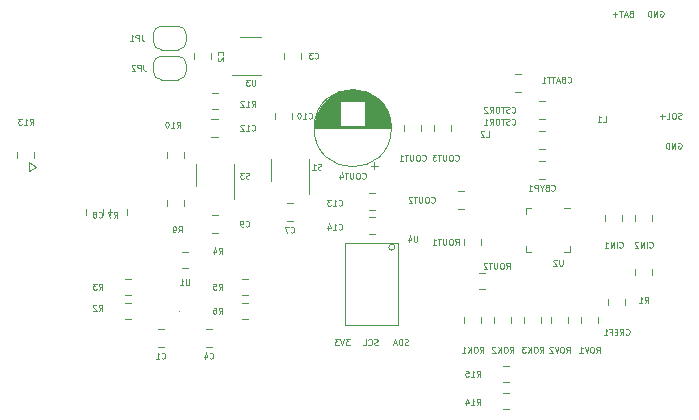
<source format=gbo>
G04 #@! TF.GenerationSoftware,KiCad,Pcbnew,(5.1.6)-1*
G04 #@! TF.CreationDate,2020-12-08T10:00:41+01:00*
G04 #@! TF.ProjectId,Power_module_v1,506f7765-725f-46d6-9f64-756c655f7631,rev?*
G04 #@! TF.SameCoordinates,Original*
G04 #@! TF.FileFunction,Legend,Bot*
G04 #@! TF.FilePolarity,Positive*
%FSLAX46Y46*%
G04 Gerber Fmt 4.6, Leading zero omitted, Abs format (unit mm)*
G04 Created by KiCad (PCBNEW (5.1.6)-1) date 2020-12-08 10:00:41*
%MOMM*%
%LPD*%
G01*
G04 APERTURE LIST*
%ADD10C,0.125000*%
%ADD11C,0.120000*%
G04 APERTURE END LIST*
D10*
X148744666Y-80212380D02*
X148673238Y-80236190D01*
X148554190Y-80236190D01*
X148506571Y-80212380D01*
X148482761Y-80188571D01*
X148458952Y-80140952D01*
X148458952Y-80093333D01*
X148482761Y-80045714D01*
X148506571Y-80021904D01*
X148554190Y-79998095D01*
X148649428Y-79974285D01*
X148697047Y-79950476D01*
X148720857Y-79926666D01*
X148744666Y-79879047D01*
X148744666Y-79831428D01*
X148720857Y-79783809D01*
X148697047Y-79760000D01*
X148649428Y-79736190D01*
X148530380Y-79736190D01*
X148458952Y-79760000D01*
X148149428Y-79736190D02*
X148054190Y-79736190D01*
X148006571Y-79760000D01*
X147958952Y-79807619D01*
X147935142Y-79902857D01*
X147935142Y-80069523D01*
X147958952Y-80164761D01*
X148006571Y-80212380D01*
X148054190Y-80236190D01*
X148149428Y-80236190D01*
X148197047Y-80212380D01*
X148244666Y-80164761D01*
X148268476Y-80069523D01*
X148268476Y-79902857D01*
X148244666Y-79807619D01*
X148197047Y-79760000D01*
X148149428Y-79736190D01*
X147482761Y-80236190D02*
X147720857Y-80236190D01*
X147720857Y-79736190D01*
X147316095Y-80045714D02*
X146935142Y-80045714D01*
X147125619Y-80236190D02*
X147125619Y-79855238D01*
X146938952Y-71124000D02*
X146986571Y-71100190D01*
X147058000Y-71100190D01*
X147129428Y-71124000D01*
X147177047Y-71171619D01*
X147200857Y-71219238D01*
X147224666Y-71314476D01*
X147224666Y-71385904D01*
X147200857Y-71481142D01*
X147177047Y-71528761D01*
X147129428Y-71576380D01*
X147058000Y-71600190D01*
X147010380Y-71600190D01*
X146938952Y-71576380D01*
X146915142Y-71552571D01*
X146915142Y-71385904D01*
X147010380Y-71385904D01*
X146700857Y-71600190D02*
X146700857Y-71100190D01*
X146415142Y-71600190D01*
X146415142Y-71100190D01*
X146177047Y-71600190D02*
X146177047Y-71100190D01*
X146058000Y-71100190D01*
X145986571Y-71124000D01*
X145938952Y-71171619D01*
X145915142Y-71219238D01*
X145891333Y-71314476D01*
X145891333Y-71385904D01*
X145915142Y-71481142D01*
X145938952Y-71528761D01*
X145986571Y-71576380D01*
X146058000Y-71600190D01*
X146177047Y-71600190D01*
X148462952Y-82300000D02*
X148510571Y-82276190D01*
X148582000Y-82276190D01*
X148653428Y-82300000D01*
X148701047Y-82347619D01*
X148724857Y-82395238D01*
X148748666Y-82490476D01*
X148748666Y-82561904D01*
X148724857Y-82657142D01*
X148701047Y-82704761D01*
X148653428Y-82752380D01*
X148582000Y-82776190D01*
X148534380Y-82776190D01*
X148462952Y-82752380D01*
X148439142Y-82728571D01*
X148439142Y-82561904D01*
X148534380Y-82561904D01*
X148224857Y-82776190D02*
X148224857Y-82276190D01*
X147939142Y-82776190D01*
X147939142Y-82276190D01*
X147701047Y-82776190D02*
X147701047Y-82276190D01*
X147582000Y-82276190D01*
X147510571Y-82300000D01*
X147462952Y-82347619D01*
X147439142Y-82395238D01*
X147415333Y-82490476D01*
X147415333Y-82561904D01*
X147439142Y-82657142D01*
X147462952Y-82704761D01*
X147510571Y-82752380D01*
X147582000Y-82776190D01*
X147701047Y-82776190D01*
X144442571Y-71338285D02*
X144371142Y-71362095D01*
X144347333Y-71385904D01*
X144323523Y-71433523D01*
X144323523Y-71504952D01*
X144347333Y-71552571D01*
X144371142Y-71576380D01*
X144418761Y-71600190D01*
X144609238Y-71600190D01*
X144609238Y-71100190D01*
X144442571Y-71100190D01*
X144394952Y-71124000D01*
X144371142Y-71147809D01*
X144347333Y-71195428D01*
X144347333Y-71243047D01*
X144371142Y-71290666D01*
X144394952Y-71314476D01*
X144442571Y-71338285D01*
X144609238Y-71338285D01*
X144133047Y-71457333D02*
X143894952Y-71457333D01*
X144180666Y-71600190D02*
X144014000Y-71100190D01*
X143847333Y-71600190D01*
X143752095Y-71100190D02*
X143466380Y-71100190D01*
X143609238Y-71600190D02*
X143609238Y-71100190D01*
X143299714Y-71409714D02*
X142918761Y-71409714D01*
X143109238Y-71600190D02*
X143109238Y-71219238D01*
D11*
X93472000Y-84074000D02*
X93472000Y-83947000D01*
X93472000Y-84709000D02*
X93472000Y-84074000D01*
X94107000Y-84328000D02*
X93472000Y-84709000D01*
X93472000Y-83947000D02*
X94107000Y-84328000D01*
D10*
X125575142Y-99389380D02*
X125503714Y-99413190D01*
X125384666Y-99413190D01*
X125337047Y-99389380D01*
X125313238Y-99365571D01*
X125289428Y-99317952D01*
X125289428Y-99270333D01*
X125313238Y-99222714D01*
X125337047Y-99198904D01*
X125384666Y-99175095D01*
X125479904Y-99151285D01*
X125527523Y-99127476D01*
X125551333Y-99103666D01*
X125575142Y-99056047D01*
X125575142Y-99008428D01*
X125551333Y-98960809D01*
X125527523Y-98937000D01*
X125479904Y-98913190D01*
X125360857Y-98913190D01*
X125289428Y-98937000D01*
X125075142Y-99413190D02*
X125075142Y-98913190D01*
X124956095Y-98913190D01*
X124884666Y-98937000D01*
X124837047Y-98984619D01*
X124813238Y-99032238D01*
X124789428Y-99127476D01*
X124789428Y-99198904D01*
X124813238Y-99294142D01*
X124837047Y-99341761D01*
X124884666Y-99389380D01*
X124956095Y-99413190D01*
X125075142Y-99413190D01*
X124598952Y-99270333D02*
X124360857Y-99270333D01*
X124646571Y-99413190D02*
X124479904Y-98913190D01*
X124313238Y-99413190D01*
X123023238Y-99389380D02*
X122951809Y-99413190D01*
X122832761Y-99413190D01*
X122785142Y-99389380D01*
X122761333Y-99365571D01*
X122737523Y-99317952D01*
X122737523Y-99270333D01*
X122761333Y-99222714D01*
X122785142Y-99198904D01*
X122832761Y-99175095D01*
X122928000Y-99151285D01*
X122975619Y-99127476D01*
X122999428Y-99103666D01*
X123023238Y-99056047D01*
X123023238Y-99008428D01*
X122999428Y-98960809D01*
X122975619Y-98937000D01*
X122928000Y-98913190D01*
X122808952Y-98913190D01*
X122737523Y-98937000D01*
X122237523Y-99365571D02*
X122261333Y-99389380D01*
X122332761Y-99413190D01*
X122380380Y-99413190D01*
X122451809Y-99389380D01*
X122499428Y-99341761D01*
X122523238Y-99294142D01*
X122547047Y-99198904D01*
X122547047Y-99127476D01*
X122523238Y-99032238D01*
X122499428Y-98984619D01*
X122451809Y-98937000D01*
X122380380Y-98913190D01*
X122332761Y-98913190D01*
X122261333Y-98937000D01*
X122237523Y-98960809D01*
X121785142Y-99413190D02*
X122023238Y-99413190D01*
X122023238Y-98913190D01*
X120634047Y-98913190D02*
X120324523Y-98913190D01*
X120491190Y-99103666D01*
X120419761Y-99103666D01*
X120372142Y-99127476D01*
X120348333Y-99151285D01*
X120324523Y-99198904D01*
X120324523Y-99317952D01*
X120348333Y-99365571D01*
X120372142Y-99389380D01*
X120419761Y-99413190D01*
X120562619Y-99413190D01*
X120610238Y-99389380D01*
X120634047Y-99365571D01*
X120181666Y-98913190D02*
X120015000Y-99413190D01*
X119848333Y-98913190D01*
X119729285Y-98913190D02*
X119419761Y-98913190D01*
X119586428Y-99103666D01*
X119515000Y-99103666D01*
X119467380Y-99127476D01*
X119443571Y-99151285D01*
X119419761Y-99198904D01*
X119419761Y-99317952D01*
X119443571Y-99365571D01*
X119467380Y-99389380D01*
X119515000Y-99413190D01*
X119657857Y-99413190D01*
X119705476Y-99389380D01*
X119729285Y-99365571D01*
D11*
X106427748Y-91492000D02*
X106950252Y-91492000D01*
X106427748Y-92912000D02*
X106950252Y-92912000D01*
X111507748Y-93778000D02*
X112030252Y-93778000D01*
X111507748Y-95198000D02*
X112030252Y-95198000D01*
X137167252Y-81307000D02*
X136644748Y-81307000D01*
X137167252Y-82777000D02*
X136644748Y-82777000D01*
X142521000Y-95518248D02*
X142521000Y-96040752D01*
X143991000Y-95518248D02*
X143991000Y-96040752D01*
X126719000Y-81287252D02*
X126719000Y-80764748D01*
X125249000Y-81287252D02*
X125249000Y-80764748D01*
X142267000Y-88384748D02*
X142267000Y-88907252D01*
X143737000Y-88384748D02*
X143737000Y-88907252D01*
X137167252Y-83847000D02*
X136644748Y-83847000D01*
X137167252Y-85317000D02*
X136644748Y-85317000D01*
X122284748Y-90016000D02*
X122807252Y-90016000D01*
X122284748Y-88546000D02*
X122807252Y-88546000D01*
X122293748Y-87984000D02*
X122816252Y-87984000D01*
X122293748Y-86514000D02*
X122816252Y-86514000D01*
X108937248Y-81761000D02*
X109459752Y-81761000D01*
X108937248Y-80291000D02*
X109459752Y-80291000D01*
X115797000Y-80271252D02*
X115797000Y-79748748D01*
X114327000Y-80271252D02*
X114327000Y-79748748D01*
X109481252Y-88419000D02*
X108958748Y-88419000D01*
X109481252Y-89889000D02*
X108958748Y-89889000D01*
X101827000Y-88399252D02*
X101827000Y-87876748D01*
X100357000Y-88399252D02*
X100357000Y-87876748D01*
X115831252Y-87403000D02*
X115308748Y-87403000D01*
X115831252Y-88873000D02*
X115308748Y-88873000D01*
X108973252Y-98071000D02*
X108450748Y-98071000D01*
X108973252Y-99541000D02*
X108450748Y-99541000D01*
X116559000Y-75169752D02*
X116559000Y-74647248D01*
X115089000Y-75169752D02*
X115089000Y-74647248D01*
X107469000Y-74690248D02*
X107469000Y-75212752D01*
X108939000Y-74690248D02*
X108939000Y-75212752D01*
X104386748Y-99541000D02*
X104909252Y-99541000D01*
X104386748Y-98071000D02*
X104909252Y-98071000D01*
X129786748Y-86387000D02*
X130309252Y-86387000D01*
X129786748Y-87857000D02*
X130309252Y-87857000D01*
X146277000Y-88384748D02*
X146277000Y-88907252D01*
X144807000Y-88384748D02*
X144807000Y-88907252D01*
X137167252Y-78767000D02*
X136644748Y-78767000D01*
X137167252Y-80237000D02*
X136644748Y-80237000D01*
X134612748Y-77951000D02*
X135135252Y-77951000D01*
X134612748Y-76481000D02*
X135135252Y-76481000D01*
X129259000Y-81287252D02*
X129259000Y-80764748D01*
X127789000Y-81287252D02*
X127789000Y-80764748D01*
X106263223Y-96563080D02*
G75*
G03*
X106263223Y-96563080I-52363J0D01*
G01*
X104710000Y-74406000D02*
X106110000Y-74406000D01*
X106810000Y-73706000D02*
X106810000Y-73106000D01*
X106110000Y-72406000D02*
X104710000Y-72406000D01*
X104010000Y-73106000D02*
X104010000Y-73706000D01*
X106110000Y-74406000D02*
G75*
G03*
X106810000Y-73706000I0J700000D01*
G01*
X106810000Y-73106000D02*
G75*
G03*
X106110000Y-72406000I-700000J0D01*
G01*
X104710000Y-72406000D02*
G75*
G03*
X104010000Y-73106000I0J-700000D01*
G01*
X104010000Y-73706000D02*
G75*
G03*
X104710000Y-74406000I700000J0D01*
G01*
X104010000Y-75646000D02*
X104010000Y-76246000D01*
X106110000Y-74946000D02*
X104710000Y-74946000D01*
X106810000Y-76246000D02*
X106810000Y-75646000D01*
X104710000Y-76946000D02*
X106110000Y-76946000D01*
X104010000Y-76246000D02*
G75*
G03*
X104710000Y-76946000I700000J0D01*
G01*
X104710000Y-74946000D02*
G75*
G03*
X104010000Y-75646000I0J-700000D01*
G01*
X106810000Y-75646000D02*
G75*
G03*
X106110000Y-74946000I-700000J0D01*
G01*
X106110000Y-76946000D02*
G75*
G03*
X106810000Y-76246000I0J700000D01*
G01*
X146252000Y-92956748D02*
X146252000Y-93479252D01*
X144832000Y-92956748D02*
X144832000Y-93479252D01*
X102106252Y-95810000D02*
X101583748Y-95810000D01*
X102106252Y-97230000D02*
X101583748Y-97230000D01*
X102115252Y-95198000D02*
X101592748Y-95198000D01*
X102115252Y-93778000D02*
X101592748Y-93778000D01*
X111507748Y-95810000D02*
X112030252Y-95810000D01*
X111507748Y-97230000D02*
X112030252Y-97230000D01*
X98350000Y-88399252D02*
X98350000Y-87876748D01*
X99770000Y-88399252D02*
X99770000Y-87876748D01*
X106628000Y-87628252D02*
X106628000Y-87105748D01*
X105208000Y-87628252D02*
X105208000Y-87105748D01*
X105208000Y-83573252D02*
X105208000Y-83050748D01*
X106628000Y-83573252D02*
X106628000Y-83050748D01*
X92508000Y-83059748D02*
X92508000Y-83582252D01*
X93928000Y-83059748D02*
X93928000Y-83582252D01*
X134110252Y-103430000D02*
X133587748Y-103430000D01*
X134110252Y-104850000D02*
X133587748Y-104850000D01*
X134110252Y-102564000D02*
X133587748Y-102564000D01*
X134110252Y-101144000D02*
X133587748Y-101144000D01*
X136854000Y-97543252D02*
X136854000Y-97020748D01*
X135434000Y-97543252D02*
X135434000Y-97020748D01*
X132894000Y-97543252D02*
X132894000Y-97020748D01*
X134314000Y-97543252D02*
X134314000Y-97020748D01*
X130354000Y-97020748D02*
X130354000Y-97543252D01*
X131774000Y-97020748D02*
X131774000Y-97543252D01*
X132087252Y-94690000D02*
X131564748Y-94690000D01*
X132087252Y-93270000D02*
X131564748Y-93270000D01*
X131774000Y-90939252D02*
X131774000Y-90416748D01*
X130354000Y-90939252D02*
X130354000Y-90416748D01*
X139140000Y-97543252D02*
X139140000Y-97020748D01*
X137720000Y-97543252D02*
X137720000Y-97020748D01*
X141680000Y-97020748D02*
X141680000Y-97543252D01*
X140260000Y-97020748D02*
X140260000Y-97543252D01*
X107610000Y-85910000D02*
X107610000Y-84110000D01*
X110830000Y-84110000D02*
X110830000Y-87060000D01*
X136029000Y-87802000D02*
X135554000Y-87802000D01*
X135554000Y-87802000D02*
X135554000Y-88277000D01*
X138799000Y-91522000D02*
X139274000Y-91522000D01*
X139274000Y-91522000D02*
X139274000Y-91047000D01*
X136029000Y-91522000D02*
X135554000Y-91522000D01*
X135554000Y-91522000D02*
X135554000Y-91047000D01*
X138799000Y-87802000D02*
X139274000Y-87802000D01*
X113168000Y-76540000D02*
X110718000Y-76540000D01*
X111368000Y-73320000D02*
X113168000Y-73320000D01*
X124460000Y-91126000D02*
G75*
G03*
X124460000Y-91126000I-254000J0D01*
G01*
X124714000Y-97730000D02*
X124714000Y-90745000D01*
X120269000Y-97730000D02*
X124714000Y-97730000D01*
X120269000Y-90745000D02*
X120269000Y-97730000D01*
X124714000Y-90745000D02*
X120269000Y-90745000D01*
X123058000Y-84231241D02*
X122428000Y-84231241D01*
X122743000Y-84546241D02*
X122743000Y-83916241D01*
X121306000Y-77805000D02*
X120502000Y-77805000D01*
X121537000Y-77845000D02*
X120271000Y-77845000D01*
X121706000Y-77885000D02*
X120102000Y-77885000D01*
X121844000Y-77925000D02*
X119964000Y-77925000D01*
X121963000Y-77965000D02*
X119845000Y-77965000D01*
X122069000Y-78005000D02*
X119739000Y-78005000D01*
X122166000Y-78045000D02*
X119642000Y-78045000D01*
X122254000Y-78085000D02*
X119554000Y-78085000D01*
X122336000Y-78125000D02*
X119472000Y-78125000D01*
X122413000Y-78165000D02*
X119395000Y-78165000D01*
X122485000Y-78205000D02*
X119323000Y-78205000D01*
X122554000Y-78245000D02*
X119254000Y-78245000D01*
X122618000Y-78285000D02*
X119190000Y-78285000D01*
X122680000Y-78325000D02*
X119128000Y-78325000D01*
X122738000Y-78365000D02*
X119070000Y-78365000D01*
X122794000Y-78405000D02*
X119014000Y-78405000D01*
X122848000Y-78445000D02*
X118960000Y-78445000D01*
X122899000Y-78485000D02*
X118909000Y-78485000D01*
X122948000Y-78525000D02*
X118860000Y-78525000D01*
X122996000Y-78565000D02*
X118812000Y-78565000D01*
X123041000Y-78605000D02*
X118767000Y-78605000D01*
X123086000Y-78645000D02*
X118722000Y-78645000D01*
X123128000Y-78685000D02*
X118680000Y-78685000D01*
X123169000Y-78725000D02*
X118639000Y-78725000D01*
X119864000Y-78765000D02*
X118599000Y-78765000D01*
X123209000Y-78765000D02*
X121944000Y-78765000D01*
X119864000Y-78805000D02*
X118561000Y-78805000D01*
X123247000Y-78805000D02*
X121944000Y-78805000D01*
X119864000Y-78845000D02*
X118524000Y-78845000D01*
X123284000Y-78845000D02*
X121944000Y-78845000D01*
X119864000Y-78885000D02*
X118488000Y-78885000D01*
X123320000Y-78885000D02*
X121944000Y-78885000D01*
X119864000Y-78925000D02*
X118454000Y-78925000D01*
X123354000Y-78925000D02*
X121944000Y-78925000D01*
X119864000Y-78965000D02*
X118420000Y-78965000D01*
X123388000Y-78965000D02*
X121944000Y-78965000D01*
X119864000Y-79005000D02*
X118388000Y-79005000D01*
X123420000Y-79005000D02*
X121944000Y-79005000D01*
X119864000Y-79045000D02*
X118356000Y-79045000D01*
X123452000Y-79045000D02*
X121944000Y-79045000D01*
X119864000Y-79085000D02*
X118326000Y-79085000D01*
X123482000Y-79085000D02*
X121944000Y-79085000D01*
X119864000Y-79125000D02*
X118297000Y-79125000D01*
X123511000Y-79125000D02*
X121944000Y-79125000D01*
X119864000Y-79165000D02*
X118268000Y-79165000D01*
X123540000Y-79165000D02*
X121944000Y-79165000D01*
X119864000Y-79205000D02*
X118240000Y-79205000D01*
X123568000Y-79205000D02*
X121944000Y-79205000D01*
X119864000Y-79245000D02*
X118214000Y-79245000D01*
X123594000Y-79245000D02*
X121944000Y-79245000D01*
X119864000Y-79285000D02*
X118188000Y-79285000D01*
X123620000Y-79285000D02*
X121944000Y-79285000D01*
X119864000Y-79325000D02*
X118162000Y-79325000D01*
X123646000Y-79325000D02*
X121944000Y-79325000D01*
X119864000Y-79365000D02*
X118138000Y-79365000D01*
X123670000Y-79365000D02*
X121944000Y-79365000D01*
X119864000Y-79405000D02*
X118114000Y-79405000D01*
X123694000Y-79405000D02*
X121944000Y-79405000D01*
X119864000Y-79445000D02*
X118092000Y-79445000D01*
X123716000Y-79445000D02*
X121944000Y-79445000D01*
X119864000Y-79485000D02*
X118070000Y-79485000D01*
X123738000Y-79485000D02*
X121944000Y-79485000D01*
X119864000Y-79525000D02*
X118048000Y-79525000D01*
X123760000Y-79525000D02*
X121944000Y-79525000D01*
X119864000Y-79565000D02*
X118028000Y-79565000D01*
X123780000Y-79565000D02*
X121944000Y-79565000D01*
X119864000Y-79605000D02*
X118008000Y-79605000D01*
X123800000Y-79605000D02*
X121944000Y-79605000D01*
X119864000Y-79645000D02*
X117988000Y-79645000D01*
X123820000Y-79645000D02*
X121944000Y-79645000D01*
X119864000Y-79685000D02*
X117970000Y-79685000D01*
X123838000Y-79685000D02*
X121944000Y-79685000D01*
X119864000Y-79725000D02*
X117952000Y-79725000D01*
X123856000Y-79725000D02*
X121944000Y-79725000D01*
X119864000Y-79765000D02*
X117934000Y-79765000D01*
X123874000Y-79765000D02*
X121944000Y-79765000D01*
X119864000Y-79805000D02*
X117918000Y-79805000D01*
X123890000Y-79805000D02*
X121944000Y-79805000D01*
X119864000Y-79845000D02*
X117902000Y-79845000D01*
X123906000Y-79845000D02*
X121944000Y-79845000D01*
X119864000Y-79885000D02*
X117886000Y-79885000D01*
X123922000Y-79885000D02*
X121944000Y-79885000D01*
X119864000Y-79925000D02*
X117871000Y-79925000D01*
X123937000Y-79925000D02*
X121944000Y-79925000D01*
X119864000Y-79965000D02*
X117857000Y-79965000D01*
X123951000Y-79965000D02*
X121944000Y-79965000D01*
X119864000Y-80005000D02*
X117843000Y-80005000D01*
X123965000Y-80005000D02*
X121944000Y-80005000D01*
X119864000Y-80045000D02*
X117830000Y-80045000D01*
X123978000Y-80045000D02*
X121944000Y-80045000D01*
X119864000Y-80085000D02*
X117818000Y-80085000D01*
X123990000Y-80085000D02*
X121944000Y-80085000D01*
X119864000Y-80125000D02*
X117806000Y-80125000D01*
X124002000Y-80125000D02*
X121944000Y-80125000D01*
X119864000Y-80165000D02*
X117794000Y-80165000D01*
X124014000Y-80165000D02*
X121944000Y-80165000D01*
X119864000Y-80205000D02*
X117783000Y-80205000D01*
X124025000Y-80205000D02*
X121944000Y-80205000D01*
X119864000Y-80245000D02*
X117773000Y-80245000D01*
X124035000Y-80245000D02*
X121944000Y-80245000D01*
X119864000Y-80285000D02*
X117763000Y-80285000D01*
X124045000Y-80285000D02*
X121944000Y-80285000D01*
X119864000Y-80325000D02*
X117754000Y-80325000D01*
X124054000Y-80325000D02*
X121944000Y-80325000D01*
X119864000Y-80366000D02*
X117745000Y-80366000D01*
X124063000Y-80366000D02*
X121944000Y-80366000D01*
X119864000Y-80406000D02*
X117737000Y-80406000D01*
X124071000Y-80406000D02*
X121944000Y-80406000D01*
X119864000Y-80446000D02*
X117729000Y-80446000D01*
X124079000Y-80446000D02*
X121944000Y-80446000D01*
X119864000Y-80486000D02*
X117722000Y-80486000D01*
X124086000Y-80486000D02*
X121944000Y-80486000D01*
X119864000Y-80526000D02*
X117715000Y-80526000D01*
X124093000Y-80526000D02*
X121944000Y-80526000D01*
X119864000Y-80566000D02*
X117709000Y-80566000D01*
X124099000Y-80566000D02*
X121944000Y-80566000D01*
X119864000Y-80606000D02*
X117703000Y-80606000D01*
X124105000Y-80606000D02*
X121944000Y-80606000D01*
X119864000Y-80646000D02*
X117698000Y-80646000D01*
X124110000Y-80646000D02*
X121944000Y-80646000D01*
X119864000Y-80686000D02*
X117693000Y-80686000D01*
X124115000Y-80686000D02*
X121944000Y-80686000D01*
X119864000Y-80726000D02*
X117689000Y-80726000D01*
X124119000Y-80726000D02*
X121944000Y-80726000D01*
X119864000Y-80766000D02*
X117686000Y-80766000D01*
X124122000Y-80766000D02*
X121944000Y-80766000D01*
X119864000Y-80806000D02*
X117682000Y-80806000D01*
X124126000Y-80806000D02*
X121944000Y-80806000D01*
X124128000Y-80846000D02*
X117680000Y-80846000D01*
X124131000Y-80886000D02*
X117677000Y-80886000D01*
X124132000Y-80926000D02*
X117676000Y-80926000D01*
X124134000Y-80966000D02*
X117674000Y-80966000D01*
X124134000Y-81006000D02*
X117674000Y-81006000D01*
X124134000Y-81046000D02*
X117674000Y-81046000D01*
X124174000Y-81046000D02*
G75*
G03*
X124174000Y-81046000I-3270000J0D01*
G01*
X109472252Y-79450000D02*
X108949748Y-79450000D01*
X109472252Y-78030000D02*
X108949748Y-78030000D01*
X117180000Y-83682000D02*
X117180000Y-86632000D01*
X113960000Y-85482000D02*
X113960000Y-83682000D01*
D10*
X109557333Y-91666190D02*
X109724000Y-91428095D01*
X109843047Y-91666190D02*
X109843047Y-91166190D01*
X109652571Y-91166190D01*
X109604952Y-91190000D01*
X109581142Y-91213809D01*
X109557333Y-91261428D01*
X109557333Y-91332857D01*
X109581142Y-91380476D01*
X109604952Y-91404285D01*
X109652571Y-91428095D01*
X109843047Y-91428095D01*
X109128761Y-91332857D02*
X109128761Y-91666190D01*
X109247809Y-91142380D02*
X109366857Y-91499523D01*
X109057333Y-91499523D01*
X109557333Y-94714190D02*
X109724000Y-94476095D01*
X109843047Y-94714190D02*
X109843047Y-94214190D01*
X109652571Y-94214190D01*
X109604952Y-94238000D01*
X109581142Y-94261809D01*
X109557333Y-94309428D01*
X109557333Y-94380857D01*
X109581142Y-94428476D01*
X109604952Y-94452285D01*
X109652571Y-94476095D01*
X109843047Y-94476095D01*
X109104952Y-94214190D02*
X109343047Y-94214190D01*
X109366857Y-94452285D01*
X109343047Y-94428476D01*
X109295428Y-94404666D01*
X109176380Y-94404666D01*
X109128761Y-94428476D01*
X109104952Y-94452285D01*
X109081142Y-94499904D01*
X109081142Y-94618952D01*
X109104952Y-94666571D01*
X109128761Y-94690380D01*
X109176380Y-94714190D01*
X109295428Y-94714190D01*
X109343047Y-94690380D01*
X109366857Y-94666571D01*
X134373809Y-80696571D02*
X134397619Y-80720380D01*
X134469047Y-80744190D01*
X134516666Y-80744190D01*
X134588095Y-80720380D01*
X134635714Y-80672761D01*
X134659523Y-80625142D01*
X134683333Y-80529904D01*
X134683333Y-80458476D01*
X134659523Y-80363238D01*
X134635714Y-80315619D01*
X134588095Y-80268000D01*
X134516666Y-80244190D01*
X134469047Y-80244190D01*
X134397619Y-80268000D01*
X134373809Y-80291809D01*
X134183333Y-80720380D02*
X134111904Y-80744190D01*
X133992857Y-80744190D01*
X133945238Y-80720380D01*
X133921428Y-80696571D01*
X133897619Y-80648952D01*
X133897619Y-80601333D01*
X133921428Y-80553714D01*
X133945238Y-80529904D01*
X133992857Y-80506095D01*
X134088095Y-80482285D01*
X134135714Y-80458476D01*
X134159523Y-80434666D01*
X134183333Y-80387047D01*
X134183333Y-80339428D01*
X134159523Y-80291809D01*
X134135714Y-80268000D01*
X134088095Y-80244190D01*
X133969047Y-80244190D01*
X133897619Y-80268000D01*
X133754761Y-80244190D02*
X133469047Y-80244190D01*
X133611904Y-80744190D02*
X133611904Y-80244190D01*
X133207142Y-80244190D02*
X133111904Y-80244190D01*
X133064285Y-80268000D01*
X133016666Y-80315619D01*
X132992857Y-80410857D01*
X132992857Y-80577523D01*
X133016666Y-80672761D01*
X133064285Y-80720380D01*
X133111904Y-80744190D01*
X133207142Y-80744190D01*
X133254761Y-80720380D01*
X133302380Y-80672761D01*
X133326190Y-80577523D01*
X133326190Y-80410857D01*
X133302380Y-80315619D01*
X133254761Y-80268000D01*
X133207142Y-80244190D01*
X132492857Y-80744190D02*
X132659523Y-80506095D01*
X132778571Y-80744190D02*
X132778571Y-80244190D01*
X132588095Y-80244190D01*
X132540476Y-80268000D01*
X132516666Y-80291809D01*
X132492857Y-80339428D01*
X132492857Y-80410857D01*
X132516666Y-80458476D01*
X132540476Y-80482285D01*
X132588095Y-80506095D01*
X132778571Y-80506095D01*
X132016666Y-80744190D02*
X132302380Y-80744190D01*
X132159523Y-80744190D02*
X132159523Y-80244190D01*
X132207142Y-80315619D01*
X132254761Y-80363238D01*
X132302380Y-80387047D01*
X144029809Y-98498071D02*
X144053619Y-98521880D01*
X144125047Y-98545690D01*
X144172666Y-98545690D01*
X144244095Y-98521880D01*
X144291714Y-98474261D01*
X144315523Y-98426642D01*
X144339333Y-98331404D01*
X144339333Y-98259976D01*
X144315523Y-98164738D01*
X144291714Y-98117119D01*
X144244095Y-98069500D01*
X144172666Y-98045690D01*
X144125047Y-98045690D01*
X144053619Y-98069500D01*
X144029809Y-98093309D01*
X143529809Y-98545690D02*
X143696476Y-98307595D01*
X143815523Y-98545690D02*
X143815523Y-98045690D01*
X143625047Y-98045690D01*
X143577428Y-98069500D01*
X143553619Y-98093309D01*
X143529809Y-98140928D01*
X143529809Y-98212357D01*
X143553619Y-98259976D01*
X143577428Y-98283785D01*
X143625047Y-98307595D01*
X143815523Y-98307595D01*
X143315523Y-98283785D02*
X143148857Y-98283785D01*
X143077428Y-98545690D02*
X143315523Y-98545690D01*
X143315523Y-98045690D01*
X143077428Y-98045690D01*
X142696476Y-98283785D02*
X142863142Y-98283785D01*
X142863142Y-98545690D02*
X142863142Y-98045690D01*
X142625047Y-98045690D01*
X142172666Y-98545690D02*
X142458380Y-98545690D01*
X142315523Y-98545690D02*
X142315523Y-98045690D01*
X142363142Y-98117119D01*
X142410761Y-98164738D01*
X142458380Y-98188547D01*
X126781619Y-83744571D02*
X126805428Y-83768380D01*
X126876857Y-83792190D01*
X126924476Y-83792190D01*
X126995904Y-83768380D01*
X127043523Y-83720761D01*
X127067333Y-83673142D01*
X127091142Y-83577904D01*
X127091142Y-83506476D01*
X127067333Y-83411238D01*
X127043523Y-83363619D01*
X126995904Y-83316000D01*
X126924476Y-83292190D01*
X126876857Y-83292190D01*
X126805428Y-83316000D01*
X126781619Y-83339809D01*
X126472095Y-83292190D02*
X126376857Y-83292190D01*
X126329238Y-83316000D01*
X126281619Y-83363619D01*
X126257809Y-83458857D01*
X126257809Y-83625523D01*
X126281619Y-83720761D01*
X126329238Y-83768380D01*
X126376857Y-83792190D01*
X126472095Y-83792190D01*
X126519714Y-83768380D01*
X126567333Y-83720761D01*
X126591142Y-83625523D01*
X126591142Y-83458857D01*
X126567333Y-83363619D01*
X126519714Y-83316000D01*
X126472095Y-83292190D01*
X126043523Y-83292190D02*
X126043523Y-83696952D01*
X126019714Y-83744571D01*
X125995904Y-83768380D01*
X125948285Y-83792190D01*
X125853047Y-83792190D01*
X125805428Y-83768380D01*
X125781619Y-83744571D01*
X125757809Y-83696952D01*
X125757809Y-83292190D01*
X125591142Y-83292190D02*
X125305428Y-83292190D01*
X125448285Y-83792190D02*
X125448285Y-83292190D01*
X124876857Y-83792190D02*
X125162571Y-83792190D01*
X125019714Y-83792190D02*
X125019714Y-83292190D01*
X125067333Y-83363619D01*
X125114952Y-83411238D01*
X125162571Y-83435047D01*
X143466285Y-91110571D02*
X143490095Y-91134380D01*
X143561523Y-91158190D01*
X143609142Y-91158190D01*
X143680571Y-91134380D01*
X143728190Y-91086761D01*
X143752000Y-91039142D01*
X143775809Y-90943904D01*
X143775809Y-90872476D01*
X143752000Y-90777238D01*
X143728190Y-90729619D01*
X143680571Y-90682000D01*
X143609142Y-90658190D01*
X143561523Y-90658190D01*
X143490095Y-90682000D01*
X143466285Y-90705809D01*
X143252000Y-91158190D02*
X143252000Y-90658190D01*
X143013904Y-91158190D02*
X143013904Y-90658190D01*
X142728190Y-91158190D01*
X142728190Y-90658190D01*
X142228190Y-91158190D02*
X142513904Y-91158190D01*
X142371047Y-91158190D02*
X142371047Y-90658190D01*
X142418666Y-90729619D01*
X142466285Y-90777238D01*
X142513904Y-90801047D01*
X137703619Y-86284571D02*
X137727428Y-86308380D01*
X137798857Y-86332190D01*
X137846476Y-86332190D01*
X137917904Y-86308380D01*
X137965523Y-86260761D01*
X137989333Y-86213142D01*
X138013142Y-86117904D01*
X138013142Y-86046476D01*
X137989333Y-85951238D01*
X137965523Y-85903619D01*
X137917904Y-85856000D01*
X137846476Y-85832190D01*
X137798857Y-85832190D01*
X137727428Y-85856000D01*
X137703619Y-85879809D01*
X137322666Y-86070285D02*
X137251238Y-86094095D01*
X137227428Y-86117904D01*
X137203619Y-86165523D01*
X137203619Y-86236952D01*
X137227428Y-86284571D01*
X137251238Y-86308380D01*
X137298857Y-86332190D01*
X137489333Y-86332190D01*
X137489333Y-85832190D01*
X137322666Y-85832190D01*
X137275047Y-85856000D01*
X137251238Y-85879809D01*
X137227428Y-85927428D01*
X137227428Y-85975047D01*
X137251238Y-86022666D01*
X137275047Y-86046476D01*
X137322666Y-86070285D01*
X137489333Y-86070285D01*
X136894095Y-86094095D02*
X136894095Y-86332190D01*
X137060761Y-85832190D02*
X136894095Y-86094095D01*
X136727428Y-85832190D01*
X136560761Y-86332190D02*
X136560761Y-85832190D01*
X136370285Y-85832190D01*
X136322666Y-85856000D01*
X136298857Y-85879809D01*
X136275047Y-85927428D01*
X136275047Y-85998857D01*
X136298857Y-86046476D01*
X136322666Y-86070285D01*
X136370285Y-86094095D01*
X136560761Y-86094095D01*
X135798857Y-86332190D02*
X136084571Y-86332190D01*
X135941714Y-86332190D02*
X135941714Y-85832190D01*
X135989333Y-85903619D01*
X136036952Y-85951238D01*
X136084571Y-85975047D01*
X119701428Y-89586571D02*
X119725238Y-89610380D01*
X119796666Y-89634190D01*
X119844285Y-89634190D01*
X119915714Y-89610380D01*
X119963333Y-89562761D01*
X119987142Y-89515142D01*
X120010952Y-89419904D01*
X120010952Y-89348476D01*
X119987142Y-89253238D01*
X119963333Y-89205619D01*
X119915714Y-89158000D01*
X119844285Y-89134190D01*
X119796666Y-89134190D01*
X119725238Y-89158000D01*
X119701428Y-89181809D01*
X119225238Y-89634190D02*
X119510952Y-89634190D01*
X119368095Y-89634190D02*
X119368095Y-89134190D01*
X119415714Y-89205619D01*
X119463333Y-89253238D01*
X119510952Y-89277047D01*
X118796666Y-89300857D02*
X118796666Y-89634190D01*
X118915714Y-89110380D02*
X119034761Y-89467523D01*
X118725238Y-89467523D01*
X119701428Y-87554571D02*
X119725238Y-87578380D01*
X119796666Y-87602190D01*
X119844285Y-87602190D01*
X119915714Y-87578380D01*
X119963333Y-87530761D01*
X119987142Y-87483142D01*
X120010952Y-87387904D01*
X120010952Y-87316476D01*
X119987142Y-87221238D01*
X119963333Y-87173619D01*
X119915714Y-87126000D01*
X119844285Y-87102190D01*
X119796666Y-87102190D01*
X119725238Y-87126000D01*
X119701428Y-87149809D01*
X119225238Y-87602190D02*
X119510952Y-87602190D01*
X119368095Y-87602190D02*
X119368095Y-87102190D01*
X119415714Y-87173619D01*
X119463333Y-87221238D01*
X119510952Y-87245047D01*
X119058571Y-87102190D02*
X118749047Y-87102190D01*
X118915714Y-87292666D01*
X118844285Y-87292666D01*
X118796666Y-87316476D01*
X118772857Y-87340285D01*
X118749047Y-87387904D01*
X118749047Y-87506952D01*
X118772857Y-87554571D01*
X118796666Y-87578380D01*
X118844285Y-87602190D01*
X118987142Y-87602190D01*
X119034761Y-87578380D01*
X119058571Y-87554571D01*
X112335428Y-81204571D02*
X112359238Y-81228380D01*
X112430666Y-81252190D01*
X112478285Y-81252190D01*
X112549714Y-81228380D01*
X112597333Y-81180761D01*
X112621142Y-81133142D01*
X112644952Y-81037904D01*
X112644952Y-80966476D01*
X112621142Y-80871238D01*
X112597333Y-80823619D01*
X112549714Y-80776000D01*
X112478285Y-80752190D01*
X112430666Y-80752190D01*
X112359238Y-80776000D01*
X112335428Y-80799809D01*
X111859238Y-81252190D02*
X112144952Y-81252190D01*
X112002095Y-81252190D02*
X112002095Y-80752190D01*
X112049714Y-80823619D01*
X112097333Y-80871238D01*
X112144952Y-80895047D01*
X111668761Y-80799809D02*
X111644952Y-80776000D01*
X111597333Y-80752190D01*
X111478285Y-80752190D01*
X111430666Y-80776000D01*
X111406857Y-80799809D01*
X111383047Y-80847428D01*
X111383047Y-80895047D01*
X111406857Y-80966476D01*
X111692571Y-81252190D01*
X111383047Y-81252190D01*
X117161428Y-80188571D02*
X117185238Y-80212380D01*
X117256666Y-80236190D01*
X117304285Y-80236190D01*
X117375714Y-80212380D01*
X117423333Y-80164761D01*
X117447142Y-80117142D01*
X117470952Y-80021904D01*
X117470952Y-79950476D01*
X117447142Y-79855238D01*
X117423333Y-79807619D01*
X117375714Y-79760000D01*
X117304285Y-79736190D01*
X117256666Y-79736190D01*
X117185238Y-79760000D01*
X117161428Y-79783809D01*
X116685238Y-80236190D02*
X116970952Y-80236190D01*
X116828095Y-80236190D02*
X116828095Y-79736190D01*
X116875714Y-79807619D01*
X116923333Y-79855238D01*
X116970952Y-79879047D01*
X116375714Y-79736190D02*
X116328095Y-79736190D01*
X116280476Y-79760000D01*
X116256666Y-79783809D01*
X116232857Y-79831428D01*
X116209047Y-79926666D01*
X116209047Y-80045714D01*
X116232857Y-80140952D01*
X116256666Y-80188571D01*
X116280476Y-80212380D01*
X116328095Y-80236190D01*
X116375714Y-80236190D01*
X116423333Y-80212380D01*
X116447142Y-80188571D01*
X116470952Y-80140952D01*
X116494761Y-80045714D01*
X116494761Y-79926666D01*
X116470952Y-79831428D01*
X116447142Y-79783809D01*
X116423333Y-79760000D01*
X116375714Y-79736190D01*
X111843333Y-89332571D02*
X111867142Y-89356380D01*
X111938571Y-89380190D01*
X111986190Y-89380190D01*
X112057619Y-89356380D01*
X112105238Y-89308761D01*
X112129047Y-89261142D01*
X112152857Y-89165904D01*
X112152857Y-89094476D01*
X112129047Y-88999238D01*
X112105238Y-88951619D01*
X112057619Y-88904000D01*
X111986190Y-88880190D01*
X111938571Y-88880190D01*
X111867142Y-88904000D01*
X111843333Y-88927809D01*
X111605238Y-89380190D02*
X111510000Y-89380190D01*
X111462380Y-89356380D01*
X111438571Y-89332571D01*
X111390952Y-89261142D01*
X111367142Y-89165904D01*
X111367142Y-88975428D01*
X111390952Y-88927809D01*
X111414761Y-88904000D01*
X111462380Y-88880190D01*
X111557619Y-88880190D01*
X111605238Y-88904000D01*
X111629047Y-88927809D01*
X111652857Y-88975428D01*
X111652857Y-89094476D01*
X111629047Y-89142095D01*
X111605238Y-89165904D01*
X111557619Y-89189714D01*
X111462380Y-89189714D01*
X111414761Y-89165904D01*
X111390952Y-89142095D01*
X111367142Y-89094476D01*
X99397333Y-88570571D02*
X99421142Y-88594380D01*
X99492571Y-88618190D01*
X99540190Y-88618190D01*
X99611619Y-88594380D01*
X99659238Y-88546761D01*
X99683047Y-88499142D01*
X99706857Y-88403904D01*
X99706857Y-88332476D01*
X99683047Y-88237238D01*
X99659238Y-88189619D01*
X99611619Y-88142000D01*
X99540190Y-88118190D01*
X99492571Y-88118190D01*
X99421142Y-88142000D01*
X99397333Y-88165809D01*
X99111619Y-88332476D02*
X99159238Y-88308666D01*
X99183047Y-88284857D01*
X99206857Y-88237238D01*
X99206857Y-88213428D01*
X99183047Y-88165809D01*
X99159238Y-88142000D01*
X99111619Y-88118190D01*
X99016380Y-88118190D01*
X98968761Y-88142000D01*
X98944952Y-88165809D01*
X98921142Y-88213428D01*
X98921142Y-88237238D01*
X98944952Y-88284857D01*
X98968761Y-88308666D01*
X99016380Y-88332476D01*
X99111619Y-88332476D01*
X99159238Y-88356285D01*
X99183047Y-88380095D01*
X99206857Y-88427714D01*
X99206857Y-88522952D01*
X99183047Y-88570571D01*
X99159238Y-88594380D01*
X99111619Y-88618190D01*
X99016380Y-88618190D01*
X98968761Y-88594380D01*
X98944952Y-88570571D01*
X98921142Y-88522952D01*
X98921142Y-88427714D01*
X98944952Y-88380095D01*
X98968761Y-88356285D01*
X99016380Y-88332476D01*
X115653333Y-89840571D02*
X115677142Y-89864380D01*
X115748571Y-89888190D01*
X115796190Y-89888190D01*
X115867619Y-89864380D01*
X115915238Y-89816761D01*
X115939047Y-89769142D01*
X115962857Y-89673904D01*
X115962857Y-89602476D01*
X115939047Y-89507238D01*
X115915238Y-89459619D01*
X115867619Y-89412000D01*
X115796190Y-89388190D01*
X115748571Y-89388190D01*
X115677142Y-89412000D01*
X115653333Y-89435809D01*
X115486666Y-89388190D02*
X115153333Y-89388190D01*
X115367619Y-89888190D01*
X108795333Y-100508571D02*
X108819142Y-100532380D01*
X108890571Y-100556190D01*
X108938190Y-100556190D01*
X109009619Y-100532380D01*
X109057238Y-100484761D01*
X109081047Y-100437142D01*
X109104857Y-100341904D01*
X109104857Y-100270476D01*
X109081047Y-100175238D01*
X109057238Y-100127619D01*
X109009619Y-100080000D01*
X108938190Y-100056190D01*
X108890571Y-100056190D01*
X108819142Y-100080000D01*
X108795333Y-100103809D01*
X108366761Y-100222857D02*
X108366761Y-100556190D01*
X108485809Y-100032380D02*
X108604857Y-100389523D01*
X108295333Y-100389523D01*
X117685333Y-75108571D02*
X117709142Y-75132380D01*
X117780571Y-75156190D01*
X117828190Y-75156190D01*
X117899619Y-75132380D01*
X117947238Y-75084761D01*
X117971047Y-75037142D01*
X117994857Y-74941904D01*
X117994857Y-74870476D01*
X117971047Y-74775238D01*
X117947238Y-74727619D01*
X117899619Y-74680000D01*
X117828190Y-74656190D01*
X117780571Y-74656190D01*
X117709142Y-74680000D01*
X117685333Y-74703809D01*
X117518666Y-74656190D02*
X117209142Y-74656190D01*
X117375809Y-74846666D01*
X117304380Y-74846666D01*
X117256761Y-74870476D01*
X117232952Y-74894285D01*
X117209142Y-74941904D01*
X117209142Y-75060952D01*
X117232952Y-75108571D01*
X117256761Y-75132380D01*
X117304380Y-75156190D01*
X117447238Y-75156190D01*
X117494857Y-75132380D01*
X117518666Y-75108571D01*
X109906571Y-74889666D02*
X109930380Y-74865857D01*
X109954190Y-74794428D01*
X109954190Y-74746809D01*
X109930380Y-74675380D01*
X109882761Y-74627761D01*
X109835142Y-74603952D01*
X109739904Y-74580142D01*
X109668476Y-74580142D01*
X109573238Y-74603952D01*
X109525619Y-74627761D01*
X109478000Y-74675380D01*
X109454190Y-74746809D01*
X109454190Y-74794428D01*
X109478000Y-74865857D01*
X109501809Y-74889666D01*
X109501809Y-75080142D02*
X109478000Y-75103952D01*
X109454190Y-75151571D01*
X109454190Y-75270619D01*
X109478000Y-75318238D01*
X109501809Y-75342047D01*
X109549428Y-75365857D01*
X109597047Y-75365857D01*
X109668476Y-75342047D01*
X109954190Y-75056333D01*
X109954190Y-75365857D01*
X104731333Y-100508571D02*
X104755142Y-100532380D01*
X104826571Y-100556190D01*
X104874190Y-100556190D01*
X104945619Y-100532380D01*
X104993238Y-100484761D01*
X105017047Y-100437142D01*
X105040857Y-100341904D01*
X105040857Y-100270476D01*
X105017047Y-100175238D01*
X104993238Y-100127619D01*
X104945619Y-100080000D01*
X104874190Y-100056190D01*
X104826571Y-100056190D01*
X104755142Y-100080000D01*
X104731333Y-100103809D01*
X104255142Y-100556190D02*
X104540857Y-100556190D01*
X104398000Y-100556190D02*
X104398000Y-100056190D01*
X104445619Y-100127619D01*
X104493238Y-100175238D01*
X104540857Y-100199047D01*
X127543619Y-87300571D02*
X127567428Y-87324380D01*
X127638857Y-87348190D01*
X127686476Y-87348190D01*
X127757904Y-87324380D01*
X127805523Y-87276761D01*
X127829333Y-87229142D01*
X127853142Y-87133904D01*
X127853142Y-87062476D01*
X127829333Y-86967238D01*
X127805523Y-86919619D01*
X127757904Y-86872000D01*
X127686476Y-86848190D01*
X127638857Y-86848190D01*
X127567428Y-86872000D01*
X127543619Y-86895809D01*
X127234095Y-86848190D02*
X127138857Y-86848190D01*
X127091238Y-86872000D01*
X127043619Y-86919619D01*
X127019809Y-87014857D01*
X127019809Y-87181523D01*
X127043619Y-87276761D01*
X127091238Y-87324380D01*
X127138857Y-87348190D01*
X127234095Y-87348190D01*
X127281714Y-87324380D01*
X127329333Y-87276761D01*
X127353142Y-87181523D01*
X127353142Y-87014857D01*
X127329333Y-86919619D01*
X127281714Y-86872000D01*
X127234095Y-86848190D01*
X126805523Y-86848190D02*
X126805523Y-87252952D01*
X126781714Y-87300571D01*
X126757904Y-87324380D01*
X126710285Y-87348190D01*
X126615047Y-87348190D01*
X126567428Y-87324380D01*
X126543619Y-87300571D01*
X126519809Y-87252952D01*
X126519809Y-86848190D01*
X126353142Y-86848190D02*
X126067428Y-86848190D01*
X126210285Y-87348190D02*
X126210285Y-86848190D01*
X125924571Y-86895809D02*
X125900761Y-86872000D01*
X125853142Y-86848190D01*
X125734095Y-86848190D01*
X125686476Y-86872000D01*
X125662666Y-86895809D01*
X125638857Y-86943428D01*
X125638857Y-86991047D01*
X125662666Y-87062476D01*
X125948380Y-87348190D01*
X125638857Y-87348190D01*
X146006285Y-91110571D02*
X146030095Y-91134380D01*
X146101523Y-91158190D01*
X146149142Y-91158190D01*
X146220571Y-91134380D01*
X146268190Y-91086761D01*
X146292000Y-91039142D01*
X146315809Y-90943904D01*
X146315809Y-90872476D01*
X146292000Y-90777238D01*
X146268190Y-90729619D01*
X146220571Y-90682000D01*
X146149142Y-90658190D01*
X146101523Y-90658190D01*
X146030095Y-90682000D01*
X146006285Y-90705809D01*
X145792000Y-91158190D02*
X145792000Y-90658190D01*
X145553904Y-91158190D02*
X145553904Y-90658190D01*
X145268190Y-91158190D01*
X145268190Y-90658190D01*
X145053904Y-90705809D02*
X145030095Y-90682000D01*
X144982476Y-90658190D01*
X144863428Y-90658190D01*
X144815809Y-90682000D01*
X144792000Y-90705809D01*
X144768190Y-90753428D01*
X144768190Y-90801047D01*
X144792000Y-90872476D01*
X145077714Y-91158190D01*
X144768190Y-91158190D01*
X134373809Y-79680571D02*
X134397619Y-79704380D01*
X134469047Y-79728190D01*
X134516666Y-79728190D01*
X134588095Y-79704380D01*
X134635714Y-79656761D01*
X134659523Y-79609142D01*
X134683333Y-79513904D01*
X134683333Y-79442476D01*
X134659523Y-79347238D01*
X134635714Y-79299619D01*
X134588095Y-79252000D01*
X134516666Y-79228190D01*
X134469047Y-79228190D01*
X134397619Y-79252000D01*
X134373809Y-79275809D01*
X134183333Y-79704380D02*
X134111904Y-79728190D01*
X133992857Y-79728190D01*
X133945238Y-79704380D01*
X133921428Y-79680571D01*
X133897619Y-79632952D01*
X133897619Y-79585333D01*
X133921428Y-79537714D01*
X133945238Y-79513904D01*
X133992857Y-79490095D01*
X134088095Y-79466285D01*
X134135714Y-79442476D01*
X134159523Y-79418666D01*
X134183333Y-79371047D01*
X134183333Y-79323428D01*
X134159523Y-79275809D01*
X134135714Y-79252000D01*
X134088095Y-79228190D01*
X133969047Y-79228190D01*
X133897619Y-79252000D01*
X133754761Y-79228190D02*
X133469047Y-79228190D01*
X133611904Y-79728190D02*
X133611904Y-79228190D01*
X133207142Y-79228190D02*
X133111904Y-79228190D01*
X133064285Y-79252000D01*
X133016666Y-79299619D01*
X132992857Y-79394857D01*
X132992857Y-79561523D01*
X133016666Y-79656761D01*
X133064285Y-79704380D01*
X133111904Y-79728190D01*
X133207142Y-79728190D01*
X133254761Y-79704380D01*
X133302380Y-79656761D01*
X133326190Y-79561523D01*
X133326190Y-79394857D01*
X133302380Y-79299619D01*
X133254761Y-79252000D01*
X133207142Y-79228190D01*
X132492857Y-79728190D02*
X132659523Y-79490095D01*
X132778571Y-79728190D02*
X132778571Y-79228190D01*
X132588095Y-79228190D01*
X132540476Y-79252000D01*
X132516666Y-79275809D01*
X132492857Y-79323428D01*
X132492857Y-79394857D01*
X132516666Y-79442476D01*
X132540476Y-79466285D01*
X132588095Y-79490095D01*
X132778571Y-79490095D01*
X132302380Y-79275809D02*
X132278571Y-79252000D01*
X132230952Y-79228190D01*
X132111904Y-79228190D01*
X132064285Y-79252000D01*
X132040476Y-79275809D01*
X132016666Y-79323428D01*
X132016666Y-79371047D01*
X132040476Y-79442476D01*
X132326190Y-79728190D01*
X132016666Y-79728190D01*
X139104571Y-77140571D02*
X139128380Y-77164380D01*
X139199809Y-77188190D01*
X139247428Y-77188190D01*
X139318857Y-77164380D01*
X139366476Y-77116761D01*
X139390285Y-77069142D01*
X139414095Y-76973904D01*
X139414095Y-76902476D01*
X139390285Y-76807238D01*
X139366476Y-76759619D01*
X139318857Y-76712000D01*
X139247428Y-76688190D01*
X139199809Y-76688190D01*
X139128380Y-76712000D01*
X139104571Y-76735809D01*
X138723619Y-76926285D02*
X138652190Y-76950095D01*
X138628380Y-76973904D01*
X138604571Y-77021523D01*
X138604571Y-77092952D01*
X138628380Y-77140571D01*
X138652190Y-77164380D01*
X138699809Y-77188190D01*
X138890285Y-77188190D01*
X138890285Y-76688190D01*
X138723619Y-76688190D01*
X138676000Y-76712000D01*
X138652190Y-76735809D01*
X138628380Y-76783428D01*
X138628380Y-76831047D01*
X138652190Y-76878666D01*
X138676000Y-76902476D01*
X138723619Y-76926285D01*
X138890285Y-76926285D01*
X138414095Y-77045333D02*
X138176000Y-77045333D01*
X138461714Y-77188190D02*
X138295047Y-76688190D01*
X138128380Y-77188190D01*
X138033142Y-76688190D02*
X137747428Y-76688190D01*
X137890285Y-77188190D02*
X137890285Y-76688190D01*
X137652190Y-76688190D02*
X137366476Y-76688190D01*
X137509333Y-77188190D02*
X137509333Y-76688190D01*
X136937904Y-77188190D02*
X137223619Y-77188190D01*
X137080761Y-77188190D02*
X137080761Y-76688190D01*
X137128380Y-76759619D01*
X137176000Y-76807238D01*
X137223619Y-76831047D01*
X129575619Y-83744571D02*
X129599428Y-83768380D01*
X129670857Y-83792190D01*
X129718476Y-83792190D01*
X129789904Y-83768380D01*
X129837523Y-83720761D01*
X129861333Y-83673142D01*
X129885142Y-83577904D01*
X129885142Y-83506476D01*
X129861333Y-83411238D01*
X129837523Y-83363619D01*
X129789904Y-83316000D01*
X129718476Y-83292190D01*
X129670857Y-83292190D01*
X129599428Y-83316000D01*
X129575619Y-83339809D01*
X129266095Y-83292190D02*
X129170857Y-83292190D01*
X129123238Y-83316000D01*
X129075619Y-83363619D01*
X129051809Y-83458857D01*
X129051809Y-83625523D01*
X129075619Y-83720761D01*
X129123238Y-83768380D01*
X129170857Y-83792190D01*
X129266095Y-83792190D01*
X129313714Y-83768380D01*
X129361333Y-83720761D01*
X129385142Y-83625523D01*
X129385142Y-83458857D01*
X129361333Y-83363619D01*
X129313714Y-83316000D01*
X129266095Y-83292190D01*
X128837523Y-83292190D02*
X128837523Y-83696952D01*
X128813714Y-83744571D01*
X128789904Y-83768380D01*
X128742285Y-83792190D01*
X128647047Y-83792190D01*
X128599428Y-83768380D01*
X128575619Y-83744571D01*
X128551809Y-83696952D01*
X128551809Y-83292190D01*
X128385142Y-83292190D02*
X128099428Y-83292190D01*
X128242285Y-83792190D02*
X128242285Y-83292190D01*
X127980380Y-83292190D02*
X127670857Y-83292190D01*
X127837523Y-83482666D01*
X127766095Y-83482666D01*
X127718476Y-83506476D01*
X127694666Y-83530285D01*
X127670857Y-83577904D01*
X127670857Y-83696952D01*
X127694666Y-83744571D01*
X127718476Y-83768380D01*
X127766095Y-83792190D01*
X127908952Y-83792190D01*
X127956571Y-83768380D01*
X127980380Y-83744571D01*
X107060952Y-93833190D02*
X107060952Y-94237952D01*
X107037142Y-94285571D01*
X107013333Y-94309380D01*
X106965714Y-94333190D01*
X106870476Y-94333190D01*
X106822857Y-94309380D01*
X106799047Y-94285571D01*
X106775238Y-94237952D01*
X106775238Y-93833190D01*
X106275238Y-94333190D02*
X106560952Y-94333190D01*
X106418095Y-94333190D02*
X106418095Y-93833190D01*
X106465714Y-93904619D01*
X106513333Y-93952238D01*
X106560952Y-93976047D01*
X103032666Y-73132190D02*
X103032666Y-73489333D01*
X103056476Y-73560761D01*
X103104095Y-73608380D01*
X103175523Y-73632190D01*
X103223142Y-73632190D01*
X102794571Y-73632190D02*
X102794571Y-73132190D01*
X102604095Y-73132190D01*
X102556476Y-73156000D01*
X102532666Y-73179809D01*
X102508857Y-73227428D01*
X102508857Y-73298857D01*
X102532666Y-73346476D01*
X102556476Y-73370285D01*
X102604095Y-73394095D01*
X102794571Y-73394095D01*
X102032666Y-73632190D02*
X102318380Y-73632190D01*
X102175523Y-73632190D02*
X102175523Y-73132190D01*
X102223142Y-73203619D01*
X102270761Y-73251238D01*
X102318380Y-73275047D01*
X103174666Y-75672190D02*
X103174666Y-76029333D01*
X103198476Y-76100761D01*
X103246095Y-76148380D01*
X103317523Y-76172190D01*
X103365142Y-76172190D01*
X102936571Y-76172190D02*
X102936571Y-75672190D01*
X102746095Y-75672190D01*
X102698476Y-75696000D01*
X102674666Y-75719809D01*
X102650857Y-75767428D01*
X102650857Y-75838857D01*
X102674666Y-75886476D01*
X102698476Y-75910285D01*
X102746095Y-75934095D01*
X102936571Y-75934095D01*
X102460380Y-75719809D02*
X102436571Y-75696000D01*
X102388952Y-75672190D01*
X102269904Y-75672190D01*
X102222285Y-75696000D01*
X102198476Y-75719809D01*
X102174666Y-75767428D01*
X102174666Y-75815047D01*
X102198476Y-75886476D01*
X102484190Y-76172190D01*
X102174666Y-76172190D01*
X142069333Y-80490190D02*
X142307428Y-80490190D01*
X142307428Y-79990190D01*
X141640761Y-80490190D02*
X141926476Y-80490190D01*
X141783619Y-80490190D02*
X141783619Y-79990190D01*
X141831238Y-80061619D01*
X141878857Y-80109238D01*
X141926476Y-80133047D01*
X132163333Y-81760190D02*
X132401428Y-81760190D01*
X132401428Y-81260190D01*
X132020476Y-81307809D02*
X131996666Y-81284000D01*
X131949047Y-81260190D01*
X131830000Y-81260190D01*
X131782380Y-81284000D01*
X131758571Y-81307809D01*
X131734761Y-81355428D01*
X131734761Y-81403047D01*
X131758571Y-81474476D01*
X132044285Y-81760190D01*
X131734761Y-81760190D01*
X145625333Y-95848190D02*
X145792000Y-95610095D01*
X145911047Y-95848190D02*
X145911047Y-95348190D01*
X145720571Y-95348190D01*
X145672952Y-95372000D01*
X145649142Y-95395809D01*
X145625333Y-95443428D01*
X145625333Y-95514857D01*
X145649142Y-95562476D01*
X145672952Y-95586285D01*
X145720571Y-95610095D01*
X145911047Y-95610095D01*
X145149142Y-95848190D02*
X145434857Y-95848190D01*
X145292000Y-95848190D02*
X145292000Y-95348190D01*
X145339619Y-95419619D01*
X145387238Y-95467238D01*
X145434857Y-95491047D01*
X99397333Y-96492190D02*
X99564000Y-96254095D01*
X99683047Y-96492190D02*
X99683047Y-95992190D01*
X99492571Y-95992190D01*
X99444952Y-96016000D01*
X99421142Y-96039809D01*
X99397333Y-96087428D01*
X99397333Y-96158857D01*
X99421142Y-96206476D01*
X99444952Y-96230285D01*
X99492571Y-96254095D01*
X99683047Y-96254095D01*
X99206857Y-96039809D02*
X99183047Y-96016000D01*
X99135428Y-95992190D01*
X99016380Y-95992190D01*
X98968761Y-96016000D01*
X98944952Y-96039809D01*
X98921142Y-96087428D01*
X98921142Y-96135047D01*
X98944952Y-96206476D01*
X99230666Y-96492190D01*
X98921142Y-96492190D01*
X99397333Y-94714190D02*
X99564000Y-94476095D01*
X99683047Y-94714190D02*
X99683047Y-94214190D01*
X99492571Y-94214190D01*
X99444952Y-94238000D01*
X99421142Y-94261809D01*
X99397333Y-94309428D01*
X99397333Y-94380857D01*
X99421142Y-94428476D01*
X99444952Y-94452285D01*
X99492571Y-94476095D01*
X99683047Y-94476095D01*
X99230666Y-94214190D02*
X98921142Y-94214190D01*
X99087809Y-94404666D01*
X99016380Y-94404666D01*
X98968761Y-94428476D01*
X98944952Y-94452285D01*
X98921142Y-94499904D01*
X98921142Y-94618952D01*
X98944952Y-94666571D01*
X98968761Y-94690380D01*
X99016380Y-94714190D01*
X99159238Y-94714190D01*
X99206857Y-94690380D01*
X99230666Y-94666571D01*
X109557333Y-96746190D02*
X109724000Y-96508095D01*
X109843047Y-96746190D02*
X109843047Y-96246190D01*
X109652571Y-96246190D01*
X109604952Y-96270000D01*
X109581142Y-96293809D01*
X109557333Y-96341428D01*
X109557333Y-96412857D01*
X109581142Y-96460476D01*
X109604952Y-96484285D01*
X109652571Y-96508095D01*
X109843047Y-96508095D01*
X109128761Y-96246190D02*
X109224000Y-96246190D01*
X109271619Y-96270000D01*
X109295428Y-96293809D01*
X109343047Y-96365238D01*
X109366857Y-96460476D01*
X109366857Y-96650952D01*
X109343047Y-96698571D01*
X109319238Y-96722380D01*
X109271619Y-96746190D01*
X109176380Y-96746190D01*
X109128761Y-96722380D01*
X109104952Y-96698571D01*
X109081142Y-96650952D01*
X109081142Y-96531904D01*
X109104952Y-96484285D01*
X109128761Y-96460476D01*
X109176380Y-96436666D01*
X109271619Y-96436666D01*
X109319238Y-96460476D01*
X109343047Y-96484285D01*
X109366857Y-96531904D01*
X100667333Y-88618190D02*
X100834000Y-88380095D01*
X100953047Y-88618190D02*
X100953047Y-88118190D01*
X100762571Y-88118190D01*
X100714952Y-88142000D01*
X100691142Y-88165809D01*
X100667333Y-88213428D01*
X100667333Y-88284857D01*
X100691142Y-88332476D01*
X100714952Y-88356285D01*
X100762571Y-88380095D01*
X100953047Y-88380095D01*
X100500666Y-88118190D02*
X100167333Y-88118190D01*
X100381619Y-88618190D01*
X106128333Y-89870190D02*
X106295000Y-89632095D01*
X106414047Y-89870190D02*
X106414047Y-89370190D01*
X106223571Y-89370190D01*
X106175952Y-89394000D01*
X106152142Y-89417809D01*
X106128333Y-89465428D01*
X106128333Y-89536857D01*
X106152142Y-89584476D01*
X106175952Y-89608285D01*
X106223571Y-89632095D01*
X106414047Y-89632095D01*
X105890238Y-89870190D02*
X105795000Y-89870190D01*
X105747380Y-89846380D01*
X105723571Y-89822571D01*
X105675952Y-89751142D01*
X105652142Y-89655904D01*
X105652142Y-89465428D01*
X105675952Y-89417809D01*
X105699761Y-89394000D01*
X105747380Y-89370190D01*
X105842619Y-89370190D01*
X105890238Y-89394000D01*
X105914047Y-89417809D01*
X105937857Y-89465428D01*
X105937857Y-89584476D01*
X105914047Y-89632095D01*
X105890238Y-89655904D01*
X105842619Y-89679714D01*
X105747380Y-89679714D01*
X105699761Y-89655904D01*
X105675952Y-89632095D01*
X105652142Y-89584476D01*
X105985428Y-80998190D02*
X106152095Y-80760095D01*
X106271142Y-80998190D02*
X106271142Y-80498190D01*
X106080666Y-80498190D01*
X106033047Y-80522000D01*
X106009238Y-80545809D01*
X105985428Y-80593428D01*
X105985428Y-80664857D01*
X106009238Y-80712476D01*
X106033047Y-80736285D01*
X106080666Y-80760095D01*
X106271142Y-80760095D01*
X105509238Y-80998190D02*
X105794952Y-80998190D01*
X105652095Y-80998190D02*
X105652095Y-80498190D01*
X105699714Y-80569619D01*
X105747333Y-80617238D01*
X105794952Y-80641047D01*
X105199714Y-80498190D02*
X105152095Y-80498190D01*
X105104476Y-80522000D01*
X105080666Y-80545809D01*
X105056857Y-80593428D01*
X105033047Y-80688666D01*
X105033047Y-80807714D01*
X105056857Y-80902952D01*
X105080666Y-80950571D01*
X105104476Y-80974380D01*
X105152095Y-80998190D01*
X105199714Y-80998190D01*
X105247333Y-80974380D01*
X105271142Y-80950571D01*
X105294952Y-80902952D01*
X105318761Y-80807714D01*
X105318761Y-80688666D01*
X105294952Y-80593428D01*
X105271142Y-80545809D01*
X105247333Y-80522000D01*
X105199714Y-80498190D01*
X93539428Y-80744190D02*
X93706095Y-80506095D01*
X93825142Y-80744190D02*
X93825142Y-80244190D01*
X93634666Y-80244190D01*
X93587047Y-80268000D01*
X93563238Y-80291809D01*
X93539428Y-80339428D01*
X93539428Y-80410857D01*
X93563238Y-80458476D01*
X93587047Y-80482285D01*
X93634666Y-80506095D01*
X93825142Y-80506095D01*
X93063238Y-80744190D02*
X93348952Y-80744190D01*
X93206095Y-80744190D02*
X93206095Y-80244190D01*
X93253714Y-80315619D01*
X93301333Y-80363238D01*
X93348952Y-80387047D01*
X92896571Y-80244190D02*
X92587047Y-80244190D01*
X92753714Y-80434666D01*
X92682285Y-80434666D01*
X92634666Y-80458476D01*
X92610857Y-80482285D01*
X92587047Y-80529904D01*
X92587047Y-80648952D01*
X92610857Y-80696571D01*
X92634666Y-80720380D01*
X92682285Y-80744190D01*
X92825142Y-80744190D01*
X92872761Y-80720380D01*
X92896571Y-80696571D01*
X131385428Y-104493190D02*
X131552095Y-104255095D01*
X131671142Y-104493190D02*
X131671142Y-103993190D01*
X131480666Y-103993190D01*
X131433047Y-104017000D01*
X131409238Y-104040809D01*
X131385428Y-104088428D01*
X131385428Y-104159857D01*
X131409238Y-104207476D01*
X131433047Y-104231285D01*
X131480666Y-104255095D01*
X131671142Y-104255095D01*
X130909238Y-104493190D02*
X131194952Y-104493190D01*
X131052095Y-104493190D02*
X131052095Y-103993190D01*
X131099714Y-104064619D01*
X131147333Y-104112238D01*
X131194952Y-104136047D01*
X130480666Y-104159857D02*
X130480666Y-104493190D01*
X130599714Y-103969380D02*
X130718761Y-104326523D01*
X130409238Y-104326523D01*
X131385428Y-102080190D02*
X131552095Y-101842095D01*
X131671142Y-102080190D02*
X131671142Y-101580190D01*
X131480666Y-101580190D01*
X131433047Y-101604000D01*
X131409238Y-101627809D01*
X131385428Y-101675428D01*
X131385428Y-101746857D01*
X131409238Y-101794476D01*
X131433047Y-101818285D01*
X131480666Y-101842095D01*
X131671142Y-101842095D01*
X130909238Y-102080190D02*
X131194952Y-102080190D01*
X131052095Y-102080190D02*
X131052095Y-101580190D01*
X131099714Y-101651619D01*
X131147333Y-101699238D01*
X131194952Y-101723047D01*
X130456857Y-101580190D02*
X130694952Y-101580190D01*
X130718761Y-101818285D01*
X130694952Y-101794476D01*
X130647333Y-101770666D01*
X130528285Y-101770666D01*
X130480666Y-101794476D01*
X130456857Y-101818285D01*
X130433047Y-101865904D01*
X130433047Y-101984952D01*
X130456857Y-102032571D01*
X130480666Y-102056380D01*
X130528285Y-102080190D01*
X130647333Y-102080190D01*
X130694952Y-102056380D01*
X130718761Y-102032571D01*
X136739238Y-100048190D02*
X136905904Y-99810095D01*
X137024952Y-100048190D02*
X137024952Y-99548190D01*
X136834476Y-99548190D01*
X136786857Y-99572000D01*
X136763047Y-99595809D01*
X136739238Y-99643428D01*
X136739238Y-99714857D01*
X136763047Y-99762476D01*
X136786857Y-99786285D01*
X136834476Y-99810095D01*
X137024952Y-99810095D01*
X136429714Y-99548190D02*
X136334476Y-99548190D01*
X136286857Y-99572000D01*
X136239238Y-99619619D01*
X136215428Y-99714857D01*
X136215428Y-99881523D01*
X136239238Y-99976761D01*
X136286857Y-100024380D01*
X136334476Y-100048190D01*
X136429714Y-100048190D01*
X136477333Y-100024380D01*
X136524952Y-99976761D01*
X136548761Y-99881523D01*
X136548761Y-99714857D01*
X136524952Y-99619619D01*
X136477333Y-99572000D01*
X136429714Y-99548190D01*
X136001142Y-100048190D02*
X136001142Y-99548190D01*
X135715428Y-100048190D02*
X135929714Y-99762476D01*
X135715428Y-99548190D02*
X136001142Y-99833904D01*
X135548761Y-99548190D02*
X135239238Y-99548190D01*
X135405904Y-99738666D01*
X135334476Y-99738666D01*
X135286857Y-99762476D01*
X135263047Y-99786285D01*
X135239238Y-99833904D01*
X135239238Y-99952952D01*
X135263047Y-100000571D01*
X135286857Y-100024380D01*
X135334476Y-100048190D01*
X135477333Y-100048190D01*
X135524952Y-100024380D01*
X135548761Y-100000571D01*
X134199238Y-100048190D02*
X134365904Y-99810095D01*
X134484952Y-100048190D02*
X134484952Y-99548190D01*
X134294476Y-99548190D01*
X134246857Y-99572000D01*
X134223047Y-99595809D01*
X134199238Y-99643428D01*
X134199238Y-99714857D01*
X134223047Y-99762476D01*
X134246857Y-99786285D01*
X134294476Y-99810095D01*
X134484952Y-99810095D01*
X133889714Y-99548190D02*
X133794476Y-99548190D01*
X133746857Y-99572000D01*
X133699238Y-99619619D01*
X133675428Y-99714857D01*
X133675428Y-99881523D01*
X133699238Y-99976761D01*
X133746857Y-100024380D01*
X133794476Y-100048190D01*
X133889714Y-100048190D01*
X133937333Y-100024380D01*
X133984952Y-99976761D01*
X134008761Y-99881523D01*
X134008761Y-99714857D01*
X133984952Y-99619619D01*
X133937333Y-99572000D01*
X133889714Y-99548190D01*
X133461142Y-100048190D02*
X133461142Y-99548190D01*
X133175428Y-100048190D02*
X133389714Y-99762476D01*
X133175428Y-99548190D02*
X133461142Y-99833904D01*
X132984952Y-99595809D02*
X132961142Y-99572000D01*
X132913523Y-99548190D01*
X132794476Y-99548190D01*
X132746857Y-99572000D01*
X132723047Y-99595809D01*
X132699238Y-99643428D01*
X132699238Y-99691047D01*
X132723047Y-99762476D01*
X133008761Y-100048190D01*
X132699238Y-100048190D01*
X131659238Y-100048190D02*
X131825904Y-99810095D01*
X131944952Y-100048190D02*
X131944952Y-99548190D01*
X131754476Y-99548190D01*
X131706857Y-99572000D01*
X131683047Y-99595809D01*
X131659238Y-99643428D01*
X131659238Y-99714857D01*
X131683047Y-99762476D01*
X131706857Y-99786285D01*
X131754476Y-99810095D01*
X131944952Y-99810095D01*
X131349714Y-99548190D02*
X131254476Y-99548190D01*
X131206857Y-99572000D01*
X131159238Y-99619619D01*
X131135428Y-99714857D01*
X131135428Y-99881523D01*
X131159238Y-99976761D01*
X131206857Y-100024380D01*
X131254476Y-100048190D01*
X131349714Y-100048190D01*
X131397333Y-100024380D01*
X131444952Y-99976761D01*
X131468761Y-99881523D01*
X131468761Y-99714857D01*
X131444952Y-99619619D01*
X131397333Y-99572000D01*
X131349714Y-99548190D01*
X130921142Y-100048190D02*
X130921142Y-99548190D01*
X130635428Y-100048190D02*
X130849714Y-99762476D01*
X130635428Y-99548190D02*
X130921142Y-99833904D01*
X130159238Y-100048190D02*
X130444952Y-100048190D01*
X130302095Y-100048190D02*
X130302095Y-99548190D01*
X130349714Y-99619619D01*
X130397333Y-99667238D01*
X130444952Y-99691047D01*
X133893619Y-92936190D02*
X134060285Y-92698095D01*
X134179333Y-92936190D02*
X134179333Y-92436190D01*
X133988857Y-92436190D01*
X133941238Y-92460000D01*
X133917428Y-92483809D01*
X133893619Y-92531428D01*
X133893619Y-92602857D01*
X133917428Y-92650476D01*
X133941238Y-92674285D01*
X133988857Y-92698095D01*
X134179333Y-92698095D01*
X133584095Y-92436190D02*
X133488857Y-92436190D01*
X133441238Y-92460000D01*
X133393619Y-92507619D01*
X133369809Y-92602857D01*
X133369809Y-92769523D01*
X133393619Y-92864761D01*
X133441238Y-92912380D01*
X133488857Y-92936190D01*
X133584095Y-92936190D01*
X133631714Y-92912380D01*
X133679333Y-92864761D01*
X133703142Y-92769523D01*
X133703142Y-92602857D01*
X133679333Y-92507619D01*
X133631714Y-92460000D01*
X133584095Y-92436190D01*
X133155523Y-92436190D02*
X133155523Y-92840952D01*
X133131714Y-92888571D01*
X133107904Y-92912380D01*
X133060285Y-92936190D01*
X132965047Y-92936190D01*
X132917428Y-92912380D01*
X132893619Y-92888571D01*
X132869809Y-92840952D01*
X132869809Y-92436190D01*
X132703142Y-92436190D02*
X132417428Y-92436190D01*
X132560285Y-92936190D02*
X132560285Y-92436190D01*
X132274571Y-92483809D02*
X132250761Y-92460000D01*
X132203142Y-92436190D01*
X132084095Y-92436190D01*
X132036476Y-92460000D01*
X132012666Y-92483809D01*
X131988857Y-92531428D01*
X131988857Y-92579047D01*
X132012666Y-92650476D01*
X132298380Y-92936190D01*
X131988857Y-92936190D01*
X129575619Y-90904190D02*
X129742285Y-90666095D01*
X129861333Y-90904190D02*
X129861333Y-90404190D01*
X129670857Y-90404190D01*
X129623238Y-90428000D01*
X129599428Y-90451809D01*
X129575619Y-90499428D01*
X129575619Y-90570857D01*
X129599428Y-90618476D01*
X129623238Y-90642285D01*
X129670857Y-90666095D01*
X129861333Y-90666095D01*
X129266095Y-90404190D02*
X129170857Y-90404190D01*
X129123238Y-90428000D01*
X129075619Y-90475619D01*
X129051809Y-90570857D01*
X129051809Y-90737523D01*
X129075619Y-90832761D01*
X129123238Y-90880380D01*
X129170857Y-90904190D01*
X129266095Y-90904190D01*
X129313714Y-90880380D01*
X129361333Y-90832761D01*
X129385142Y-90737523D01*
X129385142Y-90570857D01*
X129361333Y-90475619D01*
X129313714Y-90428000D01*
X129266095Y-90404190D01*
X128837523Y-90404190D02*
X128837523Y-90808952D01*
X128813714Y-90856571D01*
X128789904Y-90880380D01*
X128742285Y-90904190D01*
X128647047Y-90904190D01*
X128599428Y-90880380D01*
X128575619Y-90856571D01*
X128551809Y-90808952D01*
X128551809Y-90404190D01*
X128385142Y-90404190D02*
X128099428Y-90404190D01*
X128242285Y-90904190D02*
X128242285Y-90404190D01*
X127670857Y-90904190D02*
X127956571Y-90904190D01*
X127813714Y-90904190D02*
X127813714Y-90404190D01*
X127861333Y-90475619D01*
X127908952Y-90523238D01*
X127956571Y-90547047D01*
X138989523Y-100048190D02*
X139156190Y-99810095D01*
X139275238Y-100048190D02*
X139275238Y-99548190D01*
X139084761Y-99548190D01*
X139037142Y-99572000D01*
X139013333Y-99595809D01*
X138989523Y-99643428D01*
X138989523Y-99714857D01*
X139013333Y-99762476D01*
X139037142Y-99786285D01*
X139084761Y-99810095D01*
X139275238Y-99810095D01*
X138680000Y-99548190D02*
X138584761Y-99548190D01*
X138537142Y-99572000D01*
X138489523Y-99619619D01*
X138465714Y-99714857D01*
X138465714Y-99881523D01*
X138489523Y-99976761D01*
X138537142Y-100024380D01*
X138584761Y-100048190D01*
X138680000Y-100048190D01*
X138727619Y-100024380D01*
X138775238Y-99976761D01*
X138799047Y-99881523D01*
X138799047Y-99714857D01*
X138775238Y-99619619D01*
X138727619Y-99572000D01*
X138680000Y-99548190D01*
X138322857Y-99548190D02*
X138156190Y-100048190D01*
X137989523Y-99548190D01*
X137846666Y-99595809D02*
X137822857Y-99572000D01*
X137775238Y-99548190D01*
X137656190Y-99548190D01*
X137608571Y-99572000D01*
X137584761Y-99595809D01*
X137560952Y-99643428D01*
X137560952Y-99691047D01*
X137584761Y-99762476D01*
X137870476Y-100048190D01*
X137560952Y-100048190D01*
X141529523Y-100048190D02*
X141696190Y-99810095D01*
X141815238Y-100048190D02*
X141815238Y-99548190D01*
X141624761Y-99548190D01*
X141577142Y-99572000D01*
X141553333Y-99595809D01*
X141529523Y-99643428D01*
X141529523Y-99714857D01*
X141553333Y-99762476D01*
X141577142Y-99786285D01*
X141624761Y-99810095D01*
X141815238Y-99810095D01*
X141220000Y-99548190D02*
X141124761Y-99548190D01*
X141077142Y-99572000D01*
X141029523Y-99619619D01*
X141005714Y-99714857D01*
X141005714Y-99881523D01*
X141029523Y-99976761D01*
X141077142Y-100024380D01*
X141124761Y-100048190D01*
X141220000Y-100048190D01*
X141267619Y-100024380D01*
X141315238Y-99976761D01*
X141339047Y-99881523D01*
X141339047Y-99714857D01*
X141315238Y-99619619D01*
X141267619Y-99572000D01*
X141220000Y-99548190D01*
X140862857Y-99548190D02*
X140696190Y-100048190D01*
X140529523Y-99548190D01*
X140100952Y-100048190D02*
X140386666Y-100048190D01*
X140243809Y-100048190D02*
X140243809Y-99548190D01*
X140291428Y-99619619D01*
X140339047Y-99667238D01*
X140386666Y-99691047D01*
X112140952Y-85292380D02*
X112069523Y-85316190D01*
X111950476Y-85316190D01*
X111902857Y-85292380D01*
X111879047Y-85268571D01*
X111855238Y-85220952D01*
X111855238Y-85173333D01*
X111879047Y-85125714D01*
X111902857Y-85101904D01*
X111950476Y-85078095D01*
X112045714Y-85054285D01*
X112093333Y-85030476D01*
X112117142Y-85006666D01*
X112140952Y-84959047D01*
X112140952Y-84911428D01*
X112117142Y-84863809D01*
X112093333Y-84840000D01*
X112045714Y-84816190D01*
X111926666Y-84816190D01*
X111855238Y-84840000D01*
X111688571Y-84816190D02*
X111379047Y-84816190D01*
X111545714Y-85006666D01*
X111474285Y-85006666D01*
X111426666Y-85030476D01*
X111402857Y-85054285D01*
X111379047Y-85101904D01*
X111379047Y-85220952D01*
X111402857Y-85268571D01*
X111426666Y-85292380D01*
X111474285Y-85316190D01*
X111617142Y-85316190D01*
X111664761Y-85292380D01*
X111688571Y-85268571D01*
X138683952Y-92182190D02*
X138683952Y-92586952D01*
X138660142Y-92634571D01*
X138636333Y-92658380D01*
X138588714Y-92682190D01*
X138493476Y-92682190D01*
X138445857Y-92658380D01*
X138422047Y-92634571D01*
X138398238Y-92586952D01*
X138398238Y-92182190D01*
X138183952Y-92229809D02*
X138160142Y-92206000D01*
X138112523Y-92182190D01*
X137993476Y-92182190D01*
X137945857Y-92206000D01*
X137922047Y-92229809D01*
X137898238Y-92277428D01*
X137898238Y-92325047D01*
X137922047Y-92396476D01*
X138207761Y-92682190D01*
X137898238Y-92682190D01*
X112648952Y-76942190D02*
X112648952Y-77346952D01*
X112625142Y-77394571D01*
X112601333Y-77418380D01*
X112553714Y-77442190D01*
X112458476Y-77442190D01*
X112410857Y-77418380D01*
X112387047Y-77394571D01*
X112363238Y-77346952D01*
X112363238Y-76942190D01*
X112172761Y-76942190D02*
X111863238Y-76942190D01*
X112029904Y-77132666D01*
X111958476Y-77132666D01*
X111910857Y-77156476D01*
X111887047Y-77180285D01*
X111863238Y-77227904D01*
X111863238Y-77346952D01*
X111887047Y-77394571D01*
X111910857Y-77418380D01*
X111958476Y-77442190D01*
X112101333Y-77442190D01*
X112148952Y-77418380D01*
X112172761Y-77394571D01*
X126364952Y-90150190D02*
X126364952Y-90554952D01*
X126341142Y-90602571D01*
X126317333Y-90626380D01*
X126269714Y-90650190D01*
X126174476Y-90650190D01*
X126126857Y-90626380D01*
X126103047Y-90602571D01*
X126079238Y-90554952D01*
X126079238Y-90150190D01*
X125626857Y-90316857D02*
X125626857Y-90650190D01*
X125745904Y-90126380D02*
X125864952Y-90483523D01*
X125555428Y-90483523D01*
X121701619Y-85268571D02*
X121725428Y-85292380D01*
X121796857Y-85316190D01*
X121844476Y-85316190D01*
X121915904Y-85292380D01*
X121963523Y-85244761D01*
X121987333Y-85197142D01*
X122011142Y-85101904D01*
X122011142Y-85030476D01*
X121987333Y-84935238D01*
X121963523Y-84887619D01*
X121915904Y-84840000D01*
X121844476Y-84816190D01*
X121796857Y-84816190D01*
X121725428Y-84840000D01*
X121701619Y-84863809D01*
X121392095Y-84816190D02*
X121296857Y-84816190D01*
X121249238Y-84840000D01*
X121201619Y-84887619D01*
X121177809Y-84982857D01*
X121177809Y-85149523D01*
X121201619Y-85244761D01*
X121249238Y-85292380D01*
X121296857Y-85316190D01*
X121392095Y-85316190D01*
X121439714Y-85292380D01*
X121487333Y-85244761D01*
X121511142Y-85149523D01*
X121511142Y-84982857D01*
X121487333Y-84887619D01*
X121439714Y-84840000D01*
X121392095Y-84816190D01*
X120963523Y-84816190D02*
X120963523Y-85220952D01*
X120939714Y-85268571D01*
X120915904Y-85292380D01*
X120868285Y-85316190D01*
X120773047Y-85316190D01*
X120725428Y-85292380D01*
X120701619Y-85268571D01*
X120677809Y-85220952D01*
X120677809Y-84816190D01*
X120511142Y-84816190D02*
X120225428Y-84816190D01*
X120368285Y-85316190D02*
X120368285Y-84816190D01*
X119844476Y-84982857D02*
X119844476Y-85316190D01*
X119963523Y-84792380D02*
X120082571Y-85149523D01*
X119773047Y-85149523D01*
X112335428Y-79220190D02*
X112502095Y-78982095D01*
X112621142Y-79220190D02*
X112621142Y-78720190D01*
X112430666Y-78720190D01*
X112383047Y-78744000D01*
X112359238Y-78767809D01*
X112335428Y-78815428D01*
X112335428Y-78886857D01*
X112359238Y-78934476D01*
X112383047Y-78958285D01*
X112430666Y-78982095D01*
X112621142Y-78982095D01*
X111859238Y-79220190D02*
X112144952Y-79220190D01*
X112002095Y-79220190D02*
X112002095Y-78720190D01*
X112049714Y-78791619D01*
X112097333Y-78839238D01*
X112144952Y-78863047D01*
X111668761Y-78767809D02*
X111644952Y-78744000D01*
X111597333Y-78720190D01*
X111478285Y-78720190D01*
X111430666Y-78744000D01*
X111406857Y-78767809D01*
X111383047Y-78815428D01*
X111383047Y-78863047D01*
X111406857Y-78934476D01*
X111692571Y-79220190D01*
X111383047Y-79220190D01*
X118236952Y-84530380D02*
X118165523Y-84554190D01*
X118046476Y-84554190D01*
X117998857Y-84530380D01*
X117975047Y-84506571D01*
X117951238Y-84458952D01*
X117951238Y-84411333D01*
X117975047Y-84363714D01*
X117998857Y-84339904D01*
X118046476Y-84316095D01*
X118141714Y-84292285D01*
X118189333Y-84268476D01*
X118213142Y-84244666D01*
X118236952Y-84197047D01*
X118236952Y-84149428D01*
X118213142Y-84101809D01*
X118189333Y-84078000D01*
X118141714Y-84054190D01*
X118022666Y-84054190D01*
X117951238Y-84078000D01*
X117475047Y-84554190D02*
X117760761Y-84554190D01*
X117617904Y-84554190D02*
X117617904Y-84054190D01*
X117665523Y-84125619D01*
X117713142Y-84173238D01*
X117760761Y-84197047D01*
M02*

</source>
